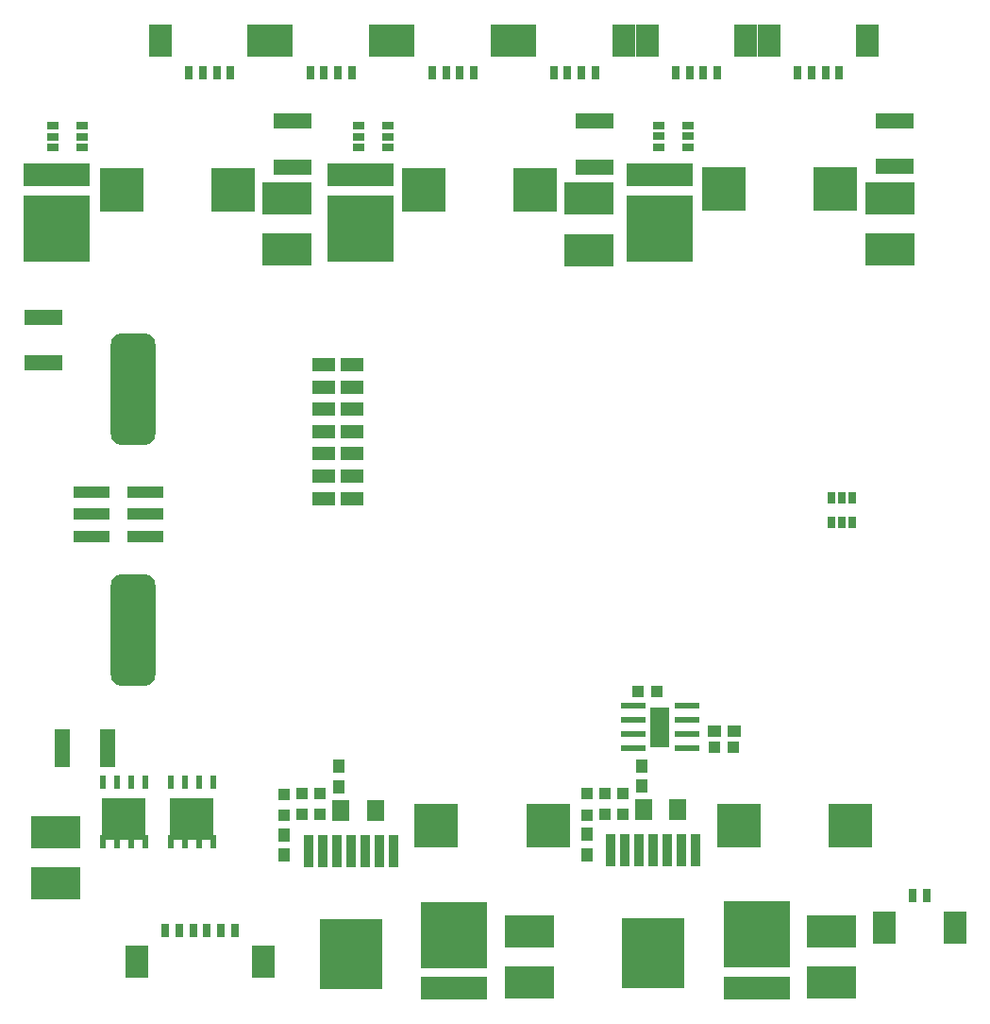
<source format=gtp>
%FSLAX44Y44*%
%MOMM*%
G71*
G01*
G75*
G04 Layer_Color=8421504*
%ADD10C,2.0000*%
%ADD11R,1.0000X1.1000*%
%ADD12R,1.2000X1.1000*%
%ADD13R,4.0000X4.0000*%
%ADD14R,0.6100X1.2700*%
%ADD15R,3.9100X3.7500*%
G04:AMPARAMS|DCode=16|XSize=4mm|YSize=10mm|CornerRadius=1mm|HoleSize=0mm|Usage=FLASHONLY|Rotation=0.000|XOffset=0mm|YOffset=0mm|HoleType=Round|Shape=RoundedRectangle|*
%AMROUNDEDRECTD16*
21,1,4.0000,8.0000,0,0,0.0*
21,1,2.0000,10.0000,0,0,0.0*
1,1,2.0000,1.0000,-4.0000*
1,1,2.0000,-1.0000,-4.0000*
1,1,2.0000,-1.0000,4.0000*
1,1,2.0000,1.0000,4.0000*
%
%ADD16ROUNDEDRECTD16*%
%ADD17R,0.9100X3.0000*%
%ADD18R,5.6000X6.3500*%
%ADD19R,1.0000X0.7000*%
%ADD20R,1.1000X1.1000*%
%ADD21R,1.1000X1.2000*%
%ADD22R,1.5000X1.9000*%
%ADD23R,4.5000X3.0000*%
%ADD24R,6.0000X6.0000*%
%ADD25R,6.0000X2.0000*%
%ADD26R,2.1000X3.0000*%
%ADD27R,0.8000X1.3000*%
%ADD28R,3.5000X1.4000*%
%ADD29R,1.4000X3.5000*%
%ADD30R,0.6500X1.0500*%
%ADD31R,2.0000X1.2000*%
%ADD32R,3.2000X1.0000*%
%ADD33R,2.2000X0.6000*%
%ADD34R,1.8000X3.6000*%
%ADD35C,0.6000*%
%ADD36C,0.5000*%
%ADD37C,0.2000*%
%ADD38C,0.3000*%
%ADD39C,3.0000*%
%ADD40C,0.8000*%
%ADD41C,1.0000*%
%ADD42C,0.9000*%
%ADD43C,2.5000*%
%ADD44R,7.4500X4.6250*%
%ADD45R,9.9750X4.0250*%
%ADD46R,5.1750X10.4000*%
%ADD47R,4.5050X10.5100*%
%ADD48R,6.0000X12.8250*%
%ADD49R,3.6750X7.1250*%
%ADD50R,4.4500X9.4500*%
%ADD51R,3.3500X4.9500*%
%ADD52R,2.7750X4.9500*%
%ADD53R,2.4750X3.0000*%
%ADD54R,1.6750X2.9750*%
%ADD55R,3.4750X1.4000*%
%ADD56R,1.9750X6.4580*%
%ADD57R,1.0000X0.5750*%
%ADD58R,6.0000X14.0500*%
%ADD59R,2.4000X2.8960*%
%ADD60R,6.1000X8.1000*%
%ADD61R,10.7750X4.8000*%
%ADD62R,7.8000X3.9750*%
%ADD63R,2.4320X7.9440*%
%ADD64R,3.8000X37.1000*%
%ADD65R,21.1000X4.0500*%
%ADD66R,10.8840X4.8000*%
%ADD67R,2.4000X6.0670*%
%ADD68R,52.1900X2.9500*%
%ADD69R,4.5050X14.9600*%
%ADD70R,0.9250X1.1250*%
%ADD71R,4.5300X15.0600*%
%ADD72R,4.3240X3.9600*%
%ADD73R,2.0500X3.1000*%
%ADD74R,2.0500X3.1500*%
%ADD75R,2.5750X2.6000*%
%ADD76R,2.0750X2.9750*%
%ADD77R,2.0500X2.4750*%
%ADD78R,2.5250X2.6750*%
%ADD79R,2.0750X1.9250*%
%ADD80R,2.0500X2.6500*%
%ADD81R,2.6500X3.9750*%
%ADD82R,2.0500X3.3750*%
%ADD83R,2.0500X3.8750*%
%ADD84R,2.0500X3.2750*%
%ADD85R,2.0500X3.4000*%
%ADD86R,2.0500X3.1250*%
%ADD87R,2.4250X1.3000*%
%ADD88R,22.6250X3.2250*%
%ADD89R,21.7000X7.1000*%
%ADD90R,3.2250X18.4000*%
%ADD91R,6.9750X10.0250*%
%ADD92R,1.5000X1.5000*%
%ADD93C,2.5000*%
%ADD94C,4.0000*%
%ADD95C,1.5000*%
%ADD96R,1.5000X1.5000*%
%ADD97C,0.8000*%
%ADD98C,1.0000*%
%ADD99C,1.2000*%
%ADD100C,6.0000*%
%ADD101C,1.7000*%
%ADD102C,1.8000*%
%ADD103C,0.6600*%
%ADD104C,1.5000*%
%ADD105C,0.4000*%
%ADD106C,0.2500*%
%ADD107R,3.3750X5.0250*%
%ADD108R,2.3750X1.3000*%
%ADD109R,2.4250X1.6250*%
%ADD110R,3.4250X0.7750*%
%ADD111R,2.6000X1.7250*%
%ADD112R,3.5250X0.8250*%
%ADD113R,2.4000X1.6250*%
%ADD114R,1.4500X2.4500*%
%ADD115R,2.6250X1.7750*%
%ADD116R,3.5250X0.9500*%
%ADD117R,3.3750X34.9250*%
%ADD118R,5.3250X2.3250*%
%ADD119R,6.0000X2.2500*%
%ADD120R,6.0750X2.3000*%
%ADD121C,5.8000*%
%ADD122C,1.0160*%
%ADD123C,1.9160*%
%ADD124C,2.0160*%
%ADD125C,1.3160*%
%ADD126C,1.5160*%
%ADD127C,1.6160*%
%ADD128C,1.8160*%
%ADD129C,0.2540*%
%ADD130C,3.5160*%
%ADD131C,3.2160*%
%ADD132C,4.0160*%
%ADD133C,1.3460*%
%ADD134R,2.3000X4.9750*%
%ADD135R,3.1000X1.5250*%
%ADD136R,2.5000X1.7250*%
%ADD137R,2.6750X1.7750*%
%ADD138R,3.6000X1.0000*%
%ADD139R,2.5250X1.6750*%
%ADD140R,1.5000X2.5250*%
%ADD141R,3.5500X0.8500*%
%ADD142R,2.7000X1.7500*%
%ADD143R,3.4250X1.0750*%
%ADD144R,3.5250X1.0500*%
%ADD145R,2.4250X1.7250*%
%ADD146R,2.4500X1.6500*%
%ADD147R,2.4500X1.2500*%
%ADD148R,5.3000X2.3000*%
%ADD149R,6.0250X2.3000*%
%ADD150R,6.0500X2.3250*%
%ADD151R,3.4250X34.9500*%
%ADD152C,0.2000*%
%ADD153R,1.1000X1.8000*%
%ADD154R,1.1000X1.1000*%
%ADD155R,6.0000X6.0000*%
%ADD156R,2.0000X6.0000*%
%ADD157R,2.4000X3.3000*%
%ADD158R,2.4000X1.0000*%
%ADD159R,1.4000X1.0000*%
%ADD160R,0.6500X1.1000*%
%ADD161R,0.9000X0.6500*%
%ADD162R,1.0000X1.4000*%
%ADD163R,1.5000X1.6000*%
%ADD164R,0.7000X1.3000*%
%ADD165R,1.1000X0.6500*%
%ADD166R,0.6000X1.8000*%
%ADD167R,1.3000X0.7000*%
%ADD168R,1.0500X0.6500*%
%ADD169O,1.8000X0.3000*%
%ADD170O,0.3000X1.8000*%
%ADD171O,1.7000X0.3500*%
%ADD172R,1.8000X0.6000*%
%ADD173R,1.9000X1.5000*%
%ADD174R,0.6500X0.9000*%
%ADD175R,2.5000X1.0000*%
%ADD176R,1.0500X1.0800*%
%ADD177O,0.6000X1.9500*%
%ADD178R,1.0800X1.0500*%
%ADD179R,0.5500X0.9500*%
%ADD180R,0.6000X0.8000*%
%ADD181R,0.8000X0.7000*%
%ADD182R,0.6500X3.0000*%
%ADD183R,0.7000X0.8000*%
%ADD184R,0.6500X2.2000*%
%ADD185R,1.0000X1.8000*%
%ADD186R,0.9000X0.7000*%
%ADD187R,0.7000X0.9000*%
%ADD188R,6.0000X3.0000*%
%ADD189R,2.6500X3.0250*%
%ADD190R,2.2500X3.0000*%
%ADD191R,5.4000X2.4750*%
%ADD192R,6.1250X2.4250*%
%ADD193R,6.2500X2.4250*%
%ADD194R,3.5000X3.9000*%
%ADD195R,1.3000X3.2000*%
%ADD196R,4.9000X1.5000*%
%ADD197R,1.7000X3.2000*%
%ADD198R,13.8000X1.3000*%
%ADD199R,3.1000X4.5000*%
%ADD200R,52.4000X2.9500*%
%ADD201R,2.7000X3.3000*%
%ADD202R,7.1000X2.5000*%
%ADD203R,4.9000X2.7000*%
%ADD204R,4.7000X1.9000*%
%ADD205R,2.7000X3.5000*%
%ADD206R,2.7000X2.7000*%
%ADD207R,2.7000X1.8000*%
%ADD208R,2.7000X1.9000*%
%ADD209R,2.7000X3.9000*%
%ADD210R,2.7000X3.6000*%
%ADD211R,32.3500X1.3000*%
%ADD212R,0.6100X3.1400*%
%ADD213R,3.2000X1.7100*%
%ADD214R,2.4800X2.0750*%
%ADD215R,0.6000X1.8000*%
%ADD216R,0.6000X2.8900*%
%ADD217R,1.4900X1.4000*%
%ADD218R,2.4800X2.0270*%
%ADD219R,2.4800X2.0440*%
%ADD220R,2.4800X2.1920*%
%ADD221R,2.4800X1.9810*%
%ADD222R,0.6000X2.3100*%
%ADD223R,2.4800X2.0650*%
%ADD224R,7.8750X3.0000*%
%ADD225R,2.7000X12.4250*%
%ADD226R,15.4900X3.0000*%
%ADD227R,2.4750X2.8750*%
%ADD228R,2.4750X2.9000*%
%ADD229R,2.4750X4.2000*%
%ADD230R,1.0250X3.6500*%
%ADD231R,3.5250X2.3500*%
%ADD232C,0.1524*%
%ADD233C,0.1000*%
%ADD234R,0.4064X0.8636*%
D11*
X528999Y236000D02*
D03*
X511999D02*
D03*
X597499Y186000D02*
D03*
X580499D02*
D03*
D12*
X598500Y200500D02*
D03*
X580500D02*
D03*
D13*
X602500Y115500D02*
D03*
X702500D02*
D03*
X331500D02*
D03*
X431500D02*
D03*
X48740Y685880D02*
D03*
X148740D02*
D03*
X320220Y685860D02*
D03*
X420220D02*
D03*
X589560Y686090D02*
D03*
X689560D02*
D03*
D14*
X131000Y155000D02*
D03*
X118300D02*
D03*
X105600D02*
D03*
X92900D02*
D03*
Y101600D02*
D03*
X105600D02*
D03*
X118300D02*
D03*
X131000D02*
D03*
X70000Y155000D02*
D03*
X57300D02*
D03*
X44600D02*
D03*
X31900D02*
D03*
Y101600D02*
D03*
X44600D02*
D03*
X57300D02*
D03*
X70000D02*
D03*
D15*
X111950Y121700D02*
D03*
X50950D02*
D03*
D16*
X59480Y290660D02*
D03*
Y506900D02*
D03*
D17*
X564300Y93400D02*
D03*
X551600D02*
D03*
X538900D02*
D03*
X526200D02*
D03*
X513500D02*
D03*
X500800D02*
D03*
X488100D02*
D03*
X216600Y93150D02*
D03*
X229300D02*
D03*
X242000D02*
D03*
X254700D02*
D03*
X267400D02*
D03*
X280100D02*
D03*
X292800D02*
D03*
D18*
X526200Y1150D02*
D03*
X254700Y900D02*
D03*
D19*
X557000Y724000D02*
D03*
Y733500D02*
D03*
Y743000D02*
D03*
X531000Y743000D02*
D03*
Y733500D02*
D03*
Y724000D02*
D03*
X261750Y723750D02*
D03*
Y733250D02*
D03*
Y742750D02*
D03*
X287750Y742750D02*
D03*
Y733250D02*
D03*
Y723750D02*
D03*
X13750Y723750D02*
D03*
Y733250D02*
D03*
Y742750D02*
D03*
X-12250Y742750D02*
D03*
Y733250D02*
D03*
Y723750D02*
D03*
D20*
X498600Y144900D02*
D03*
Y125900D02*
D03*
X482600Y144900D02*
D03*
Y125900D02*
D03*
X466500Y125250D02*
D03*
Y144250D02*
D03*
X227100Y144650D02*
D03*
Y125650D02*
D03*
X211100Y144650D02*
D03*
Y125650D02*
D03*
X195000Y125000D02*
D03*
Y144000D02*
D03*
D21*
X515500Y169000D02*
D03*
Y151000D02*
D03*
X244000Y168750D02*
D03*
Y150750D02*
D03*
X195000Y107500D02*
D03*
Y89500D02*
D03*
X466500Y107750D02*
D03*
Y89750D02*
D03*
D22*
X517000Y130000D02*
D03*
X548000D02*
D03*
X245500Y129750D02*
D03*
X276500D02*
D03*
D23*
X197090Y631830D02*
D03*
Y677830D02*
D03*
X468570Y631810D02*
D03*
Y677810D02*
D03*
X737910Y632040D02*
D03*
Y678040D02*
D03*
X414700Y-25150D02*
D03*
Y20850D02*
D03*
X686200Y-24900D02*
D03*
Y21100D02*
D03*
X-10500Y64000D02*
D03*
Y110000D02*
D03*
D24*
X-8910Y650730D02*
D03*
X263000Y650900D02*
D03*
X532000D02*
D03*
X347500Y17950D02*
D03*
X619000Y18200D02*
D03*
D25*
X-8910Y698830D02*
D03*
X263000Y699000D02*
D03*
X532000D02*
D03*
X347500Y-30150D02*
D03*
X619000Y-29900D02*
D03*
D26*
X83610Y819080D02*
D03*
X172110D02*
D03*
X390360D02*
D03*
X301860D02*
D03*
X520359Y819080D02*
D03*
X608859D02*
D03*
X281110Y819080D02*
D03*
X192610D02*
D03*
X410860D02*
D03*
X499360D02*
D03*
X718360Y819130D02*
D03*
X629860D02*
D03*
X62890Y-6380D02*
D03*
X176390D02*
D03*
X733390Y24620D02*
D03*
X796890D02*
D03*
D27*
X109250Y790700D02*
D03*
X121750D02*
D03*
X134250D02*
D03*
X146750D02*
D03*
X365000D02*
D03*
X352500D02*
D03*
X340000D02*
D03*
X327500D02*
D03*
X545999Y790700D02*
D03*
X558499D02*
D03*
X570999D02*
D03*
X583499D02*
D03*
X255750Y790700D02*
D03*
X243250D02*
D03*
X230750D02*
D03*
X218250D02*
D03*
X436500D02*
D03*
X449000D02*
D03*
X461500D02*
D03*
X474000D02*
D03*
X693000Y790750D02*
D03*
X680500D02*
D03*
X668000D02*
D03*
X655500D02*
D03*
X125750Y22000D02*
D03*
X113250D02*
D03*
X100750D02*
D03*
X88250D02*
D03*
X138250D02*
D03*
X150750D02*
D03*
X758750Y53000D02*
D03*
X771250D02*
D03*
D28*
X-21000Y571500D02*
D03*
Y530500D02*
D03*
X202090Y747330D02*
D03*
Y706330D02*
D03*
X473570Y706310D02*
D03*
Y747310D02*
D03*
X742910Y747540D02*
D03*
Y706540D02*
D03*
D29*
X36500Y185000D02*
D03*
X-4500D02*
D03*
D30*
X685750Y387500D02*
D03*
X695250D02*
D03*
X704750D02*
D03*
Y410000D02*
D03*
X695250D02*
D03*
X685750D02*
D03*
D31*
X255750Y409000D02*
D03*
X230750D02*
D03*
X255750Y429000D02*
D03*
X230750D02*
D03*
X255750Y449000D02*
D03*
X230750D02*
D03*
X255750Y469000D02*
D03*
X230750D02*
D03*
X255750Y489000D02*
D03*
X230750D02*
D03*
X255750Y509000D02*
D03*
X230750D02*
D03*
X255750Y529000D02*
D03*
X230750D02*
D03*
D32*
X22000Y415000D02*
D03*
X70000D02*
D03*
X22000Y395000D02*
D03*
X70000D02*
D03*
X22000Y375000D02*
D03*
X70000D02*
D03*
D33*
X508000Y223050D02*
D03*
Y210350D02*
D03*
Y197650D02*
D03*
Y184950D02*
D03*
X556000Y223050D02*
D03*
Y210350D02*
D03*
Y197650D02*
D03*
Y184950D02*
D03*
D34*
X532000Y204000D02*
D03*
M02*

</source>
